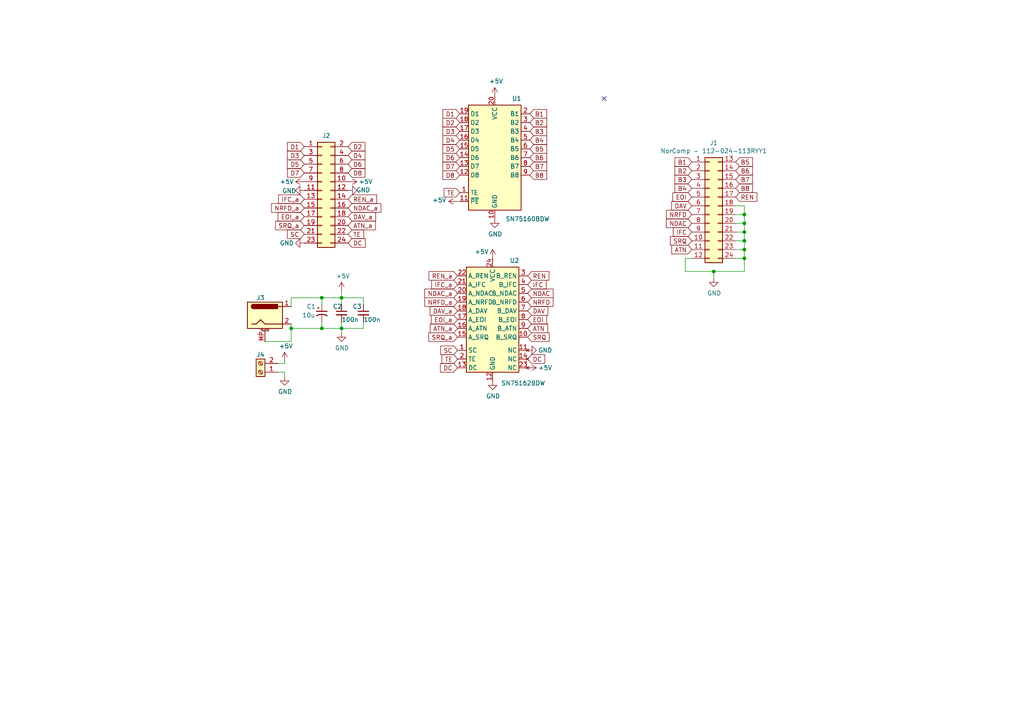
<source format=kicad_sch>
(kicad_sch (version 20211123) (generator eeschema)
  (paper "A4")
  (lib_symbols
    (symbol "Connector:Barrel_Jack_MountingPin" (pin_names hide)
      (property "Reference" "J" (at 0 5.334 0))
      (property "Value" "Barrel_Jack_MountingPin" (at 1.27 -6.35 0))
      (symbol "Barrel_Jack_MountingPin_0_1"
        (rectangle (start -5.08 3.81) (end 5.08 -3.81) (stroke (width 0.254)) (fill (type background)))
        (arc (start -3.302 3.175) (mid -3.937 2.54) (end -3.302 1.905) (stroke (width 0.254)))
        (arc (start -3.302 3.175) (mid -3.937 2.54) (end -3.302 1.905) (stroke (width 0.254)) (fill (type outline)))
        (polyline (pts (xy 5.08 2.54) (xy 3.81 2.54)) (stroke (width 0.254)))
        (polyline (pts (xy -3.81 -2.54) (xy -2.54 -2.54) (xy -1.27 -1.27) (xy 0 -2.54) (xy 2.54 -2.54) (xy 5.08 -2.54)) (stroke (width 0.254)))
        (rectangle (start 3.683 3.175) (end -3.302 1.905) (stroke (width 0.254)) (fill (type outline)))
      )
      (symbol "Barrel_Jack_MountingPin_1_1"
        (polyline (pts (xy -1.016 -4.572) (xy 1.016 -4.572)) (stroke (width 0.1524)))
        (text "Mounting" (at 0 -4.191 0) (effects (font (size 0.381 0.381))))
        (pin passive line (at 7.62 2.54 180) (length 2.54) (name "~") (number "1"))
        (pin passive line (at 7.62 -2.54 180) (length 2.54) (name "~") (number "2"))
        (pin passive line (at 0 -7.62 90) (length 3.048) (name "MountPin") (number "MP"))
      )
    )
    (symbol "Connector:Screw_Terminal_01x02" (pin_names (offset 1.016) hide)
      (property "Reference" "J" (at 0 2.54 0))
      (property "Value" "Screw_Terminal_01x02" (at 0 -5.08 0))
      (symbol "Screw_Terminal_01x02_1_1"
        (rectangle (start -1.27 1.27) (end 1.27 -3.81) (stroke (width 0.254)) (fill (type background)))
        (circle (center 0 -2.54) (radius 0.635) (stroke (width 0.1524)))
        (polyline (pts (xy -0.5334 -2.2098) (xy 0.3302 -3.048)) (stroke (width 0.1524)))
        (polyline (pts (xy -0.5334 0.3302) (xy 0.3302 -0.508)) (stroke (width 0.1524)))
        (polyline (pts (xy -0.3556 -2.032) (xy 0.508 -2.8702)) (stroke (width 0.1524)))
        (polyline (pts (xy -0.3556 0.508) (xy 0.508 -0.3302)) (stroke (width 0.1524)))
        (circle (center 0 0) (radius 0.635) (stroke (width 0.1524)))
        (pin passive line (at -5.08 0 0) (length 3.81) (name "Pin_1") (number "1"))
        (pin passive line (at -5.08 -2.54 0) (length 3.81) (name "Pin_2") (number "2"))
      )
    )
    (symbol "Connector_Generic:Conn_02x12_Odd_Even" (pin_names (offset 1.016) hide)
      (property "Reference" "J" (at 1.27 15.24 0))
      (property "Value" "Conn_02x12_Odd_Even" (at 1.27 -17.78 0))
      (symbol "Conn_02x12_Odd_Even_1_1"
        (rectangle (start -1.27 -15.113) (end 0 -15.367) (stroke (width 0.1524)))
        (rectangle (start -1.27 -12.573) (end 0 -12.827) (stroke (width 0.1524)))
        (rectangle (start -1.27 -10.033) (end 0 -10.287) (stroke (width 0.1524)))
        (rectangle (start -1.27 -7.493) (end 0 -7.747) (stroke (width 0.1524)))
        (rectangle (start -1.27 -4.953) (end 0 -5.207) (stroke (width 0.1524)))
        (rectangle (start -1.27 -2.413) (end 0 -2.667) (stroke (width 0.1524)))
        (rectangle (start -1.27 0.127) (end 0 -0.127) (stroke (width 0.1524)))
        (rectangle (start -1.27 2.667) (end 0 2.413) (stroke (width 0.1524)))
        (rectangle (start -1.27 5.207) (end 0 4.953) (stroke (width 0.1524)))
        (rectangle (start -1.27 7.747) (end 0 7.493) (stroke (width 0.1524)))
        (rectangle (start -1.27 10.287) (end 0 10.033) (stroke (width 0.1524)))
        (rectangle (start -1.27 12.827) (end 0 12.573) (stroke (width 0.1524)))
        (rectangle (start -1.27 13.97) (end 3.81 -16.51) (stroke (width 0.254)) (fill (type background)))
        (rectangle (start 3.81 -15.113) (end 2.54 -15.367) (stroke (width 0.1524)))
        (rectangle (start 3.81 -12.573) (end 2.54 -12.827) (stroke (width 0.1524)))
        (rectangle (start 3.81 -10.033) (end 2.54 -10.287) (stroke (width 0.1524)))
        (rectangle (start 3.81 -7.493) (end 2.54 -7.747) (stroke (width 0.1524)))
        (rectangle (start 3.81 -4.953) (end 2.54 -5.207) (stroke (width 0.1524)))
        (rectangle (start 3.81 -2.413) (end 2.54 -2.667) (stroke (width 0.1524)))
        (rectangle (start 3.81 0.127) (end 2.54 -0.127) (stroke (width 0.1524)))
        (rectangle (start 3.81 2.667) (end 2.54 2.413) (stroke (width 0.1524)))
        (rectangle (start 3.81 5.207) (end 2.54 4.953) (stroke (width 0.1524)))
        (rectangle (start 3.81 7.747) (end 2.54 7.493) (stroke (width 0.1524)))
        (rectangle (start 3.81 10.287) (end 2.54 10.033) (stroke (width 0.1524)))
        (rectangle (start 3.81 12.827) (end 2.54 12.573) (stroke (width 0.1524)))
        (pin passive line (at -5.08 12.7 0) (length 3.81) (name "Pin_1") (number "1"))
        (pin passive line (at 7.62 2.54 180) (length 3.81) (name "Pin_10") (number "10"))
        (pin passive line (at -5.08 0 0) (length 3.81) (name "Pin_11") (number "11"))
        (pin passive line (at 7.62 0 180) (length 3.81) (name "Pin_12") (number "12"))
        (pin passive line (at -5.08 -2.54 0) (length 3.81) (name "Pin_13") (number "13"))
        (pin passive line (at 7.62 -2.54 180) (length 3.81) (name "Pin_14") (number "14"))
        (pin passive line (at -5.08 -5.08 0) (length 3.81) (name "Pin_15") (number "15"))
        (pin passive line (at 7.62 -5.08 180) (length 3.81) (name "Pin_16") (number "16"))
        (pin passive line (at -5.08 -7.62 0) (length 3.81) (name "Pin_17") (number "17"))
        (pin passive line (at 7.62 -7.62 180) (length 3.81) (name "Pin_18") (number "18"))
        (pin passive line (at -5.08 -10.16 0) (length 3.81) (name "Pin_19") (number "19"))
        (pin passive line (at 7.62 12.7 180) (length 3.81) (name "Pin_2") (number "2"))
        (pin passive line (at 7.62 -10.16 180) (length 3.81) (name "Pin_20") (number "20"))
        (pin passive line (at -5.08 -12.7 0) (length 3.81) (name "Pin_21") (number "21"))
        (pin passive line (at 7.62 -12.7 180) (length 3.81) (name "Pin_22") (number "22"))
        (pin passive line (at -5.08 -15.24 0) (length 3.81) (name "Pin_23") (number "23"))
        (pin passive line (at 7.62 -15.24 180) (length 3.81) (name "Pin_24") (number "24"))
        (pin passive line (at -5.08 10.16 0) (length 3.81) (name "Pin_3") (number "3"))
        (pin passive line (at 7.62 10.16 180) (length 3.81) (name "Pin_4") (number "4"))
        (pin passive line (at -5.08 7.62 0) (length 3.81) (name "Pin_5") (number "5"))
        (pin passive line (at 7.62 7.62 180) (length 3.81) (name "Pin_6") (number "6"))
        (pin passive line (at -5.08 5.08 0) (length 3.81) (name "Pin_7") (number "7"))
        (pin passive line (at 7.62 5.08 180) (length 3.81) (name "Pin_8") (number "8"))
        (pin passive line (at -5.08 2.54 0) (length 3.81) (name "Pin_9") (number "9"))
      )
    )
    (symbol "Connector_Generic:Conn_02x12_Top_Bottom" (pin_names (offset 1.016) hide)
      (property "Reference" "J" (at 1.27 15.24 0))
      (property "Value" "Conn_02x12_Top_Bottom" (at 1.27 -17.78 0))
      (symbol "Conn_02x12_Top_Bottom_1_1"
        (rectangle (start -1.27 -15.113) (end 0 -15.367) (stroke (width 0.1524)))
        (rectangle (start -1.27 -12.573) (end 0 -12.827) (stroke (width 0.1524)))
        (rectangle (start -1.27 -10.033) (end 0 -10.287) (stroke (width 0.1524)))
        (rectangle (start -1.27 -7.493) (end 0 -7.747) (stroke (width 0.1524)))
        (rectangle (start -1.27 -4.953) (end 0 -5.207) (stroke (width 0.1524)))
        (rectangle (start -1.27 -2.413) (end 0 -2.667) (stroke (width 0.1524)))
        (rectangle (start -1.27 0.127) (end 0 -0.127) (stroke (width 0.1524)))
        (rectangle (start -1.27 2.667) (end 0 2.413) (stroke (width 0.1524)))
        (rectangle (start -1.27 5.207) (end 0 4.953) (stroke (width 0.1524)))
        (rectangle (start -1.27 7.747) (end 0 7.493) (stroke (width 0.1524)))
        (rectangle (start -1.27 10.287) (end 0 10.033) (stroke (width 0.1524)))
        (rectangle (start -1.27 12.827) (end 0 12.573) (stroke (width 0.1524)))
        (rectangle (start -1.27 13.97) (end 3.81 -16.51) (stroke (width 0.254)) (fill (type background)))
        (rectangle (start 3.81 -15.113) (end 2.54 -15.367) (stroke (width 0.1524)))
        (rectangle (start 3.81 -12.573) (end 2.54 -12.827) (stroke (width 0.1524)))
        (rectangle (start 3.81 -10.033) (end 2.54 -10.287) (stroke (width 0.1524)))
        (rectangle (start 3.81 -7.493) (end 2.54 -7.747) (stroke (width 0.1524)))
        (rectangle (start 3.81 -4.953) (end 2.54 -5.207) (stroke (width 0.1524)))
        (rectangle (start 3.81 -2.413) (end 2.54 -2.667) (stroke (width 0.1524)))
        (rectangle (start 3.81 0.127) (end 2.54 -0.127) (stroke (width 0.1524)))
        (rectangle (start 3.81 2.667) (end 2.54 2.413) (stroke (width 0.1524)))
        (rectangle (start 3.81 5.207) (end 2.54 4.953) (stroke (width 0.1524)))
        (rectangle (start 3.81 7.747) (end 2.54 7.493) (stroke (width 0.1524)))
        (rectangle (start 3.81 10.287) (end 2.54 10.033) (stroke (width 0.1524)))
        (rectangle (start 3.81 12.827) (end 2.54 12.573) (stroke (width 0.1524)))
        (pin passive line (at -5.08 12.7 0) (length 3.81) (name "Pin_1") (number "1"))
        (pin passive line (at -5.08 -10.16 0) (length 3.81) (name "Pin_10") (number "10"))
        (pin passive line (at -5.08 -12.7 0) (length 3.81) (name "Pin_11") (number "11"))
        (pin passive line (at -5.08 -15.24 0) (length 3.81) (name "Pin_12") (number "12"))
        (pin passive line (at 7.62 12.7 180) (length 3.81) (name "Pin_13") (number "13"))
        (pin passive line (at 7.62 10.16 180) (length 3.81) (name "Pin_14") (number "14"))
        (pin passive line (at 7.62 7.62 180) (length 3.81) (name "Pin_15") (number "15"))
        (pin passive line (at 7.62 5.08 180) (length 3.81) (name "Pin_16") (number "16"))
        (pin passive line (at 7.62 2.54 180) (length 3.81) (name "Pin_17") (number "17"))
        (pin passive line (at 7.62 0 180) (length 3.81) (name "Pin_18") (number "18"))
        (pin passive line (at 7.62 -2.54 180) (length 3.81) (name "Pin_19") (number "19"))
        (pin passive line (at -5.08 10.16 0) (length 3.81) (name "Pin_2") (number "2"))
        (pin passive line (at 7.62 -5.08 180) (length 3.81) (name "Pin_20") (number "20"))
        (pin passive line (at 7.62 -7.62 180) (length 3.81) (name "Pin_21") (number "21"))
        (pin passive line (at 7.62 -10.16 180) (length 3.81) (name "Pin_22") (number "22"))
        (pin passive line (at 7.62 -12.7 180) (length 3.81) (name "Pin_23") (number "23"))
        (pin passive line (at 7.62 -15.24 180) (length 3.81) (name "Pin_24") (number "24"))
        (pin passive line (at -5.08 7.62 0) (length 3.81) (name "Pin_3") (number "3"))
        (pin passive line (at -5.08 5.08 0) (length 3.81) (name "Pin_4") (number "4"))
        (pin passive line (at -5.08 2.54 0) (length 3.81) (name "Pin_5") (number "5"))
        (pin passive line (at -5.08 0 0) (length 3.81) (name "Pin_6") (number "6"))
        (pin passive line (at -5.08 -2.54 0) (length 3.81) (name "Pin_7") (number "7"))
        (pin passive line (at -5.08 -5.08 0) (length 3.81) (name "Pin_8") (number "8"))
        (pin passive line (at -5.08 -7.62 0) (length 3.81) (name "Pin_9") (number "9"))
      )
    )
    (symbol "Device:CP1_Small" (pin_numbers hide) (pin_names (offset 0.254) hide)
      (property "Reference" "C" (at 0.254 1.778 0))
      (property "Value" "Device_CP1_Small" (at 0.254 -2.032 0))
      (symbol "CP1_Small_0_1"
        (polyline (pts (xy -1.524 0.508) (xy 1.524 0.508)) (stroke (width 0.3048)))
        (polyline (pts (xy -1.27 1.524) (xy -0.762 1.524)))
        (polyline (pts (xy -1.016 1.27) (xy -1.016 1.778)))
        (arc (start 1.524 -0.762) (mid 0 -0.3734) (end -1.524 -0.762) (stroke (width 0.3048)))
      )
      (symbol "CP1_Small_1_1"
        (pin passive line (at 0 2.54 270) (length 2.032) (name "~") (number "1"))
        (pin passive line (at 0 -2.54 90) (length 2.032) (name "~") (number "2"))
      )
    )
    (symbol "Device:C_Small" (pin_numbers hide) (pin_names (offset 0.254) hide)
      (property "Reference" "C" (at 0.254 1.778 0))
      (property "Value" "C_Small" (at 0.254 -2.032 0))
      (symbol "C_Small_0_1"
        (polyline (pts (xy -1.524 -0.508) (xy 1.524 -0.508)) (stroke (width 0.3302)))
        (polyline (pts (xy -1.524 0.508) (xy 1.524 0.508)) (stroke (width 0.3048)))
      )
      (symbol "C_Small_1_1"
        (pin passive line (at 0 2.54 270) (length 2.032) (name "~") (number "1"))
        (pin passive line (at 0 -2.54 90) (length 2.032) (name "~") (number "2"))
      )
    )
    (symbol "Interface:SN75160BDW"
      (property "Reference" "U" (at -3.81 19.05 0))
      (property "Value" "SN75160BDW" (at -8.89 16.51 0))
      (symbol "SN75160BDW_0_1"
        (rectangle (start -7.62 15.24) (end 7.62 -15.24) (stroke (width 0.254)) (fill (type background)))
      )
      (symbol "SN75160BDW_1_1"
        (pin input line (at -10.16 -10.16 0) (length 2.54) (name "TE") (number "1"))
        (pin power_in line (at 0 -17.78 90) (length 2.54) (name "GND") (number "10"))
        (pin input line (at -10.16 -12.7 0) (length 2.54) (name "~{PE}") (number "11"))
        (pin bidirectional line (at -10.16 -5.08 0) (length 2.54) (name "D8") (number "12"))
        (pin bidirectional line (at -10.16 -2.54 0) (length 2.54) (name "D7") (number "13"))
        (pin bidirectional line (at -10.16 0 0) (length 2.54) (name "D6") (number "14"))
        (pin bidirectional line (at -10.16 2.54 0) (length 2.54) (name "D5") (number "15"))
        (pin bidirectional line (at -10.16 5.08 0) (length 2.54) (name "D4") (number "16"))
        (pin bidirectional line (at -10.16 7.62 0) (length 2.54) (name "D3") (number "17"))
        (pin bidirectional line (at -10.16 10.16 0) (length 2.54) (name "D2") (number "18"))
        (pin bidirectional line (at -10.16 12.7 0) (length 2.54) (name "D1") (number "19"))
        (pin bidirectional line (at 10.16 12.7 180) (length 2.54) (name "B1") (number "2"))
        (pin power_in line (at 0 17.78 270) (length 2.54) (name "VCC") (number "20"))
        (pin bidirectional line (at 10.16 10.16 180) (length 2.54) (name "B2") (number "3"))
        (pin bidirectional line (at 10.16 7.62 180) (length 2.54) (name "B3") (number "4"))
        (pin bidirectional line (at 10.16 5.08 180) (length 2.54) (name "B4") (number "5"))
        (pin bidirectional line (at 10.16 2.54 180) (length 2.54) (name "B5") (number "6"))
        (pin bidirectional line (at 10.16 0 180) (length 2.54) (name "B6") (number "7"))
        (pin bidirectional line (at 10.16 -2.54 180) (length 2.54) (name "B7") (number "8"))
        (pin bidirectional line (at 10.16 -5.08 180) (length 2.54) (name "B8") (number "9"))
      )
    )
    (symbol "misc:SN75162BDW"
      (property "Reference" "U" (at -3.81 19.05 0))
      (property "Value" "misc_SN75162BDW" (at -8.89 16.51 0))
      (symbol "SN75162BDW_0_0"
        (pin bidirectional line (at -10.16 7.62 0) (length 2.54) (name "A_NDAC") (number "20"))
        (pin bidirectional line (at -10.16 10.16 0) (length 2.54) (name "A_IFC") (number "21"))
        (pin bidirectional line (at -10.16 12.7 0) (length 2.54) (name "A_REN") (number "22"))
        (pin no_connect line (at 10.16 -13.97 180) (length 2.54) (name "NC") (number "23"))
      )
      (symbol "SN75162BDW_0_1"
        (rectangle (start -7.62 15.24) (end 7.62 -15.24) (stroke (width 0.254)) (fill (type background)))
      )
      (symbol "SN75162BDW_1_1"
        (pin input line (at -10.16 -8.89 0) (length 2.54) (name "SC") (number "1"))
        (pin bidirectional line (at 10.16 -5.08 180) (length 2.54) (name "B_SRQ") (number "10"))
        (pin no_connect line (at 10.16 -8.89 180) (length 2.54) (name "NC") (number "11"))
        (pin power_in line (at 0 -17.78 90) (length 2.54) (name "GND") (number "12"))
        (pin input line (at -10.16 -13.97 0) (length 2.54) (name "DC") (number "13"))
        (pin no_connect line (at 10.16 -11.43 180) (length 2.54) (name "NC") (number "14"))
        (pin bidirectional line (at -10.16 -5.08 0) (length 2.54) (name "A_SRQ") (number "15"))
        (pin bidirectional line (at -10.16 -2.54 0) (length 2.54) (name "A_ATN") (number "16"))
        (pin bidirectional line (at -10.16 0 0) (length 2.54) (name "A_EOI") (number "17"))
        (pin bidirectional line (at -10.16 2.54 0) (length 2.54) (name "A_DAV") (number "18"))
        (pin bidirectional line (at -10.16 5.08 0) (length 2.54) (name "A_NRFD") (number "19"))
        (pin input line (at -10.16 -11.43 0) (length 2.54) (name "TE") (number "2"))
        (pin power_in line (at 0 17.78 270) (length 2.54) (name "VCC") (number "24"))
        (pin bidirectional line (at 10.16 12.7 180) (length 2.54) (name "B_REN") (number "3"))
        (pin bidirectional line (at 10.16 10.16 180) (length 2.54) (name "B_IFC") (number "4"))
        (pin bidirectional line (at 10.16 7.62 180) (length 2.54) (name "B_NDAC") (number "5"))
        (pin bidirectional line (at 10.16 5.08 180) (length 2.54) (name "B_NRFD") (number "6"))
        (pin bidirectional line (at 10.16 2.54 180) (length 2.54) (name "B_DAV") (number "7"))
        (pin bidirectional line (at 10.16 0 180) (length 2.54) (name "B_EOI") (number "8"))
        (pin bidirectional line (at 10.16 -2.54 180) (length 2.54) (name "B_ATN") (number "9"))
      )
    )
    (symbol "power:+5V" (power) (pin_names (offset 0))
      (property "Value" "+5V" (at 0 3.556 0))
      (symbol "+5V_0_1"
        (polyline (pts (xy -0.762 1.27) (xy 0 2.54)))
        (polyline (pts (xy 0 0) (xy 0 2.54)))
        (polyline (pts (xy 0 2.54) (xy 0.762 1.27)))
      )
      (symbol "+5V_1_1"
        (pin power_in line (at 0 0 90) (length 0) hide (name "+5V") (number "1"))
      )
    )
    (symbol "power:GND" (power) (pin_names (offset 0))
      (property "Value" "GND" (at 0 -3.81 0))
      (symbol "GND_0_1"
        (polyline (pts (xy 0 0) (xy 0 -1.27) (xy 1.27 -1.27) (xy 0 -2.54) (xy -1.27 -1.27) (xy 0 -1.27)))
      )
      (symbol "GND_1_1"
        (pin power_in line (at 0 0 270) (length 0) hide (name "GND") (number "1"))
      )
    )
  )
  (junction (at 215.9 72.39))
  (junction (at 99.06 95.25))
  (junction (at 93.345 95.25))
  (junction (at 215.9 64.77))
  (junction (at 207.01 78.74))
  (junction (at 215.9 74.93))
  (junction (at 215.9 62.23))
  (junction (at 99.06 86.36))
  (junction (at 215.9 67.31))
  (junction (at 93.345 86.36))
  (junction (at 84.455 95.25))
  (junction (at 215.9 69.85))
  (no_connect (at 175.26 28.575))
  (wire (pts (xy 200.66 74.93) (xy 198.755 74.93)))
  (wire (pts (xy 213.36 67.31) (xy 215.9 67.31)))
  (wire (pts (xy 213.36 62.23) (xy 215.9 62.23)))
  (wire (pts (xy 215.9 78.74) (xy 215.9 74.93)))
  (wire (pts (xy 213.36 72.39) (xy 215.9 72.39)))
  (wire (pts (xy 84.455 88.9) (xy 84.455 86.36)))
  (wire (pts (xy 84.455 93.98) (xy 84.455 95.25)))
  (wire (pts (xy 99.06 86.36) (xy 105.41 86.36)))
  (wire (pts (xy 213.36 74.93) (xy 215.9 74.93)))
  (wire (pts (xy 84.455 95.25) (xy 93.345 95.25)))
  (wire (pts (xy 84.455 86.36) (xy 93.345 86.36)))
  (wire (pts (xy 215.9 74.93) (xy 215.9 72.39)))
  (wire (pts (xy 80.645 105.41) (xy 82.55 105.41)))
  (wire (pts (xy 213.36 69.85) (xy 215.9 69.85)))
  (wire (pts (xy 99.06 88.265) (xy 99.06 86.36)))
  (wire (pts (xy 84.455 99.06) (xy 84.455 95.25)))
  (wire (pts (xy 207.01 78.74) (xy 215.9 78.74)))
  (wire (pts (xy 93.345 95.25) (xy 99.06 95.25)))
  (wire (pts (xy 93.345 93.345) (xy 93.345 95.25)))
  (wire (pts (xy 198.755 74.93) (xy 198.755 78.74)))
  (wire (pts (xy 215.9 62.23) (xy 215.9 59.69)))
  (wire (pts (xy 213.36 64.77) (xy 215.9 64.77)))
  (wire (pts (xy 207.01 78.74) (xy 207.01 80.645)))
  (wire (pts (xy 215.9 59.69) (xy 213.36 59.69)))
  (wire (pts (xy 215.9 64.77) (xy 215.9 62.23)))
  (wire (pts (xy 76.835 99.06) (xy 84.455 99.06)))
  (wire (pts (xy 99.06 95.25) (xy 99.06 96.52)))
  (wire (pts (xy 198.755 78.74) (xy 207.01 78.74)))
  (wire (pts (xy 215.9 72.39) (xy 215.9 69.85)))
  (wire (pts (xy 132.715 58.42) (xy 133.35 58.42)))
  (wire (pts (xy 105.41 86.36) (xy 105.41 88.265)))
  (wire (pts (xy 215.9 69.85) (xy 215.9 67.31)))
  (wire (pts (xy 80.645 107.95) (xy 82.55 107.95)))
  (wire (pts (xy 82.55 105.41) (xy 82.55 104.775)))
  (wire (pts (xy 99.06 93.345) (xy 99.06 95.25)))
  (wire (pts (xy 82.55 107.95) (xy 82.55 109.22)))
  (wire (pts (xy 215.9 67.31) (xy 215.9 64.77)))
  (wire (pts (xy 99.06 95.25) (xy 105.41 95.25)))
  (wire (pts (xy 99.06 86.36) (xy 99.06 84.455)))
  (wire (pts (xy 93.345 86.36) (xy 99.06 86.36)))
  (wire (pts (xy 93.345 88.265) (xy 93.345 86.36)))
  (wire (pts (xy 105.41 95.25) (xy 105.41 93.345)))
  (global_label "B5" (shape input) (at 153.67 43.18 0) (property "Intersheet References" "${INTERSHEET_REFS}" (effects hide)))
  (global_label "D4" (shape input) (at 133.35 40.64 180) (property "Intersheet References" "${INTERSHEET_REFS}" (effects hide)))
  (global_label "EOI_a" (shape input) (at 132.715 92.71 180) (property "Intersheet References" "${INTERSHEET_REFS}" (effects hide)))
  (global_label "B8" (shape input) (at 153.67 50.8 0) (property "Intersheet References" "${INTERSHEET_REFS}" (effects hide)))
  (global_label "ATN_a" (shape input) (at 100.965 65.405 0) (property "Intersheet References" "${INTERSHEET_REFS}" (effects hide)))
  (global_label "D3" (shape input) (at 133.35 38.1 180) (property "Intersheet References" "${INTERSHEET_REFS}" (effects hide)))
  (global_label "NRFD" (shape input) (at 200.66 62.23 180) (property "Intersheet References" "${INTERSHEET_REFS}" (effects hide)))
  (global_label "DC" (shape input) (at 100.965 70.485 0) (property "Intersheet References" "${INTERSHEET_REFS}" (effects hide)))
  (global_label "REN" (shape input) (at 153.035 80.01 0) (property "Intersheet References" "${INTERSHEET_REFS}" (effects hide)))
  (global_label "B7" (shape input) (at 213.36 52.07 0) (property "Intersheet References" "${INTERSHEET_REFS}" (effects hide)))
  (global_label "D4" (shape input) (at 100.965 45.085 0) (property "Intersheet References" "${INTERSHEET_REFS}" (effects hide)))
  (global_label "B3" (shape input) (at 200.66 52.07 180) (property "Intersheet References" "${INTERSHEET_REFS}" (effects hide)))
  (global_label "D7" (shape input) (at 88.265 50.165 180) (property "Intersheet References" "${INTERSHEET_REFS}" (effects hide)))
  (global_label "B1" (shape input) (at 153.67 33.02 0) (property "Intersheet References" "${INTERSHEET_REFS}" (effects hide)))
  (global_label "D2" (shape input) (at 100.965 42.545 0) (property "Intersheet References" "${INTERSHEET_REFS}" (effects hide)))
  (global_label "B6" (shape input) (at 153.67 45.72 0) (property "Intersheet References" "${INTERSHEET_REFS}" (effects hide)))
  (global_label "DAV" (shape input) (at 200.66 59.69 180) (property "Intersheet References" "${INTERSHEET_REFS}" (effects hide)))
  (global_label "B6" (shape input) (at 213.36 49.53 0) (property "Intersheet References" "${INTERSHEET_REFS}" (effects hide)))
  (global_label "REN" (shape input) (at 213.36 57.15 0) (property "Intersheet References" "${INTERSHEET_REFS}" (effects hide)))
  (global_label "IFC_a" (shape input) (at 132.715 82.55 180) (property "Intersheet References" "${INTERSHEET_REFS}" (effects hide)))
  (global_label "EOI" (shape input) (at 153.035 92.71 0) (property "Intersheet References" "${INTERSHEET_REFS}" (effects hide)))
  (global_label "ATN_a" (shape input) (at 132.715 95.25 180) (property "Intersheet References" "${INTERSHEET_REFS}" (effects hide)))
  (global_label "IFC_a" (shape input) (at 88.265 57.785 180) (property "Intersheet References" "${INTERSHEET_REFS}" (effects hide)))
  (global_label "NDAC" (shape input) (at 153.035 85.09 0) (property "Intersheet References" "${INTERSHEET_REFS}" (effects hide)))
  (global_label "ATN" (shape input) (at 153.035 95.25 0) (property "Intersheet References" "${INTERSHEET_REFS}" (effects hide)))
  (global_label "EOI_a" (shape input) (at 88.265 62.865 180) (property "Intersheet References" "${INTERSHEET_REFS}" (effects hide)))
  (global_label "SRQ_a" (shape input) (at 132.715 97.79 180) (property "Intersheet References" "${INTERSHEET_REFS}" (effects hide)))
  (global_label "NDAC_a" (shape input) (at 132.715 85.09 180) (property "Intersheet References" "${INTERSHEET_REFS}" (effects hide)))
  (global_label "B4" (shape input) (at 200.66 54.61 180) (property "Intersheet References" "${INTERSHEET_REFS}" (effects hide)))
  (global_label "NDAC" (shape input) (at 200.66 64.77 180) (property "Intersheet References" "${INTERSHEET_REFS}" (effects hide)))
  (global_label "D5" (shape input) (at 133.35 43.18 180) (property "Intersheet References" "${INTERSHEET_REFS}" (effects hide)))
  (global_label "B4" (shape input) (at 153.67 40.64 0) (property "Intersheet References" "${INTERSHEET_REFS}" (effects hide)))
  (global_label "NDAC_a" (shape input) (at 100.965 60.325 0) (property "Intersheet References" "${INTERSHEET_REFS}" (effects hide)))
  (global_label "REN_a" (shape input) (at 100.965 57.785 0) (property "Intersheet References" "${INTERSHEET_REFS}" (effects hide)))
  (global_label "NRFD" (shape input) (at 153.035 87.63 0) (property "Intersheet References" "${INTERSHEET_REFS}" (effects hide)))
  (global_label "D1" (shape input) (at 88.265 42.545 180) (property "Intersheet References" "${INTERSHEET_REFS}" (effects hide)))
  (global_label "IFC" (shape input) (at 200.66 67.31 180) (property "Intersheet References" "${INTERSHEET_REFS}" (effects hide)))
  (global_label "SRQ" (shape input) (at 153.035 97.79 0) (property "Intersheet References" "${INTERSHEET_REFS}" (effects hide)))
  (global_label "SC" (shape input) (at 88.265 67.945 180) (property "Intersheet References" "${INTERSHEET_REFS}" (effects hide)))
  (global_label "SRQ" (shape input) (at 200.66 69.85 180) (property "Intersheet References" "${INTERSHEET_REFS}" (effects hide)))
  (global_label "IFC" (shape input) (at 153.035 82.55 0) (property "Intersheet References" "${INTERSHEET_REFS}" (effects hide)))
  (global_label "D3" (shape input) (at 88.265 45.085 180) (property "Intersheet References" "${INTERSHEET_REFS}" (effects hide)))
  (global_label "B3" (shape input) (at 153.67 38.1 0) (property "Intersheet References" "${INTERSHEET_REFS}" (effects hide)))
  (global_label "B2" (shape input) (at 200.66 49.53 180) (property "Intersheet References" "${INTERSHEET_REFS}" (effects hide)))
  (global_label "SRQ_a" (shape input) (at 88.265 65.405 180) (property "Intersheet References" "${INTERSHEET_REFS}" (effects hide)))
  (global_label "TE" (shape input) (at 133.35 55.88 180) (property "Intersheet References" "${INTERSHEET_REFS}" (effects hide)))
  (global_label "D5" (shape input) (at 88.265 47.625 180) (property "Intersheet References" "${INTERSHEET_REFS}" (effects hide)))
  (global_label "D2" (shape input) (at 133.35 35.56 180) (property "Intersheet References" "${INTERSHEET_REFS}" (effects hide)))
  (global_label "D6" (shape input) (at 133.35 45.72 180) (property "Intersheet References" "${INTERSHEET_REFS}" (effects hide)))
  (global_label "D7" (shape input) (at 133.35 48.26 180) (property "Intersheet References" "${INTERSHEET_REFS}" (effects hide)))
  (global_label "NRFD_a" (shape input) (at 88.265 60.325 180) (property "Intersheet References" "${INTERSHEET_REFS}" (effects hide)))
  (global_label "B2" (shape input) (at 153.67 35.56 0) (property "Intersheet References" "${INTERSHEET_REFS}" (effects hide)))
  (global_label "ATN" (shape input) (at 200.66 72.39 180) (property "Intersheet References" "${INTERSHEET_REFS}" (effects hide)))
  (global_label "DAV" (shape input) (at 153.035 90.17 0) (property "Intersheet References" "${INTERSHEET_REFS}" (effects hide)))
  (global_label "SC" (shape input) (at 132.715 101.6 180) (property "Intersheet References" "${INTERSHEET_REFS}" (effects hide)))
  (global_label "TE" (shape input) (at 132.715 104.14 180) (property "Intersheet References" "${INTERSHEET_REFS}" (effects hide)))
  (global_label "DC" (shape input) (at 132.715 106.68 180) (property "Intersheet References" "${INTERSHEET_REFS}" (effects hide)))
  (global_label "B7" (shape input) (at 153.67 48.26 0) (property "Intersheet References" "${INTERSHEET_REFS}" (effects hide)))
  (global_label "REN_a" (shape input) (at 132.715 80.01 180) (property "Intersheet References" "${INTERSHEET_REFS}" (effects hide)))
  (global_label "NRFD_a" (shape input) (at 132.715 87.63 180) (property "Intersheet References" "${INTERSHEET_REFS}" (effects hide)))
  (global_label "B1" (shape input) (at 200.66 46.99 180) (property "Intersheet References" "${INTERSHEET_REFS}" (effects hide)))
  (global_label "DAV_a" (shape input) (at 132.715 90.17 180) (property "Intersheet References" "${INTERSHEET_REFS}" (effects hide)))
  (global_label "D8" (shape input) (at 100.965 50.165 0) (property "Intersheet References" "${INTERSHEET_REFS}" (effects hide)))
  (global_label "D6" (shape input) (at 100.965 47.625 0) (property "Intersheet References" "${INTERSHEET_REFS}" (effects hide)))
  (global_label "DC" (shape input) (at 153.035 104.14 0) (property "Intersheet References" "${INTERSHEET_REFS}" (effects hide)))
  (global_label "TE" (shape input) (at 100.965 67.945 0) (property "Intersheet References" "${INTERSHEET_REFS}" (effects hide)))
  (global_label "B5" (shape input) (at 213.36 46.99 0) (property "Intersheet References" "${INTERSHEET_REFS}" (effects hide)))
  (global_label "B8" (shape input) (at 213.36 54.61 0) (property "Intersheet References" "${INTERSHEET_REFS}" (effects hide)))
  (global_label "D8" (shape input) (at 133.35 50.8 180) (property "Intersheet References" "${INTERSHEET_REFS}" (effects hide)))
  (global_label "D1" (shape input) (at 133.35 33.02 180) (property "Intersheet References" "${INTERSHEET_REFS}" (effects hide)))
  (global_label "DAV_a" (shape input) (at 100.965 62.865 0) (property "Intersheet References" "${INTERSHEET_REFS}" (effects hide)))
  (global_label "EOI" (shape input) (at 200.66 57.15 180) (property "Intersheet References" "${INTERSHEET_REFS}" (effects hide)))
  (symbol (lib_id "Interface:SN75160BDW") (at 143.51 45.72 0) (unit 1)
    (property "Reference" "U1" (at 149.86 28.575 0))
    (property "Value" "SN75160BDW" (at 153.035 63.5 0))
    (property "Footprint" "Package_SO:SOIC-20W_7.5x12.8mm_P1.27mm" (effects hide))
    (property "Datasheet" "http://www.ti.com/lit/ds/symlink/sn75160b.pdf" (effects hide))
  )
  (symbol (lib_id "misc:SN75162BDW") (at 142.875 92.71 0) (unit 1)
    (property "Reference" "U2" (at 149.225 75.565 0))
    (property "Value" "SN75162BDW" (at 151.765 111.125 0))
    (property "Footprint" "Package_SO:SOIC-24W_7.5x15.4mm_P1.27mm" (effects hide))
    (property "Datasheet" "http://www.ti.com/lit/ds/symlink/sn75162b.pdf" (effects hide))
  )
  (symbol (lib_id "Connector_Generic:Conn_02x12_Top_Bottom") (at 205.74 59.69 0) (unit 1)
    (property "Reference" "J1" (at 207.01 41.4782 0))
    (property "Value" "NorComp - 112-024-113RYY1" (at 207.01 43.7896 0))
    (property "Footprint" "misc:CENTRONICS-24" (effects hide))
  )
  (symbol (lib_id "power:GND") (at 143.51 63.5 0) (unit 1)
    (property "Reference" "#PWR07" (effects hide))
    (property "Value" "GND" (at 143.637 67.8942 0))
  )
  (symbol (lib_id "power:GND") (at 142.875 110.49 0) (unit 1)
    (property "Reference" "#PWR05" (effects hide))
    (property "Value" "GND" (at 143.002 114.8842 0))
  )
  (symbol (lib_id "power:GND") (at 207.01 80.645 0) (unit 1)
    (property "Reference" "#PWR08" (effects hide))
    (property "Value" "GND" (at 207.137 85.0392 0))
  )
  (symbol (lib_id "power:+5V") (at 143.51 27.94 0) (unit 1)
    (property "Reference" "#PWR06" (effects hide))
    (property "Value" "+5V" (at 143.891 23.5458 0))
  )
  (symbol (lib_id "power:+5V") (at 142.875 74.93 0) (unit 1)
    (property "Reference" "#PWR04" (effects hide))
    (property "Value" "+5V" (at 139.7 73.025 0))
  )
  (symbol (lib_id "power:+5V") (at 132.715 58.42 90) (unit 1)
    (property "Reference" "#PWR0101" (effects hide))
    (property "Value" "+5V" (at 129.4638 58.039 90) (effects (justify left)))
  )
  (symbol (lib_id "Connector_Generic:Conn_02x12_Odd_Even") (at 93.345 55.245 0) (unit 1)
    (property "Reference" "J2" (at 94.615 39.37 0))
    (property "Value" "Conn_02x12_Odd_Even" (effects hide))
    (property "Footprint" "Connector_PinSocket_2.54mm:PinSocket_2x12_P2.54mm_Vertical" (effects hide))
  )
  (symbol (lib_id "power:GND") (at 100.965 55.245 90) (unit 1)
    (property "Reference" "#PWR010" (effects hide))
    (property "Value" "GND" (at 105.3592 55.118 90))
  )
  (symbol (lib_id "power:GND") (at 88.265 55.245 270) (unit 1)
    (property "Reference" "#PWR03" (effects hide))
    (property "Value" "GND" (at 83.8708 55.372 90))
  )
  (symbol (lib_id "power:GND") (at 153.035 101.6 90) (unit 1)
    (property "Reference" "#PWR0106" (effects hide))
    (property "Value" "GND" (at 158.115 101.6 90))
  )
  (symbol (lib_id "power:+5V") (at 100.965 52.705 270) (unit 1)
    (property "Reference" "#PWR09" (effects hide))
    (property "Value" "+5V" (at 106.045 52.705 90))
  )
  (symbol (lib_id "power:+5V") (at 153.035 106.68 270) (unit 1)
    (property "Reference" "#PWR0107" (effects hide))
    (property "Value" "+5V" (at 158.115 106.68 90))
  )
  (symbol (lib_id "power:+5V") (at 88.265 52.705 90) (unit 1)
    (property "Reference" "#PWR02" (effects hide))
    (property "Value" "+5V" (at 83.185 52.705 90))
  )
  (symbol (lib_id "power:GND") (at 88.265 70.485 270) (unit 1)
    (property "Reference" "#PWR01" (effects hide))
    (property "Value" "GND" (at 83.185 70.485 90))
  )
  (symbol (lib_id "Device:CP1_Small") (at 93.345 90.805 0) (unit 1)
    (property "Reference" "C1" (at 88.9 88.9 0) (effects (justify left)))
    (property "Value" "10u" (at 87.63 91.44 0) (effects (justify left)))
    (property "Footprint" "Capacitor_Tantalum_SMD:CP_EIA-7132-20_AVX-U" (effects hide))
  )
  (symbol (lib_id "Device:C_Small") (at 99.06 90.805 0) (unit 1)
    (property "Reference" "C2" (at 96.52 88.9 0) (effects (justify left)))
    (property "Value" "100n" (at 99.06 92.71 0) (effects (justify left)))
    (property "Footprint" "Capacitor_SMD:C_1206_3216Metric" (effects hide))
  )
  (symbol (lib_id "Device:C_Small") (at 105.41 90.805 0) (unit 1)
    (property "Reference" "C3" (at 102.235 88.9 0) (effects (justify left)))
    (property "Value" "100n" (at 105.41 92.71 0) (effects (justify left)))
    (property "Footprint" "Capacitor_SMD:C_1206_3216Metric" (effects hide))
  )
  (symbol (lib_id "power:GND") (at 99.06 96.52 0) (unit 1)
    (property "Reference" "#PWR0102" (effects hide))
    (property "Value" "GND" (at 99.187 100.9142 0))
  )
  (symbol (lib_id "power:+5V") (at 99.06 84.455 0) (unit 1)
    (property "Reference" "#PWR0103" (effects hide))
    (property "Value" "+5V" (at 99.441 80.0608 0))
  )
  (symbol (lib_id "Connector:Barrel_Jack_MountingPin") (at 76.835 91.44 0) (unit 1)
    (property "Reference" "J3" (at 75.565 86.36 0))
    (property "Value" "Barrel_Jack" (effects hide))
    (property "Footprint" "Connector_BarrelJack:BarrelJack_CUI_PJ-063AH_Horizontal" (effects hide))
  )
  (symbol (lib_id "Connector:Screw_Terminal_01x02") (at 75.565 107.95 180) (unit 1)
    (property "Reference" "J4" (at 75.565 102.87 0))
    (property "Value" "Screw_Terminal_01x02" (effects hide))
    (property "Footprint" "TerminalBlock:TerminalBlock_Altech_AK300-2_P5.00mm" (effects hide))
  )
  (symbol (lib_id "power:GND") (at 82.55 109.22 0) (unit 1)
    (property "Reference" "#PWR0104" (effects hide))
    (property "Value" "GND" (at 82.677 113.6142 0))
  )
  (symbol (lib_id "power:+5V") (at 82.55 104.775 0) (unit 1)
    (property "Reference" "#PWR0105" (effects hide))
    (property "Value" "+5V" (at 82.931 100.3808 0))
  )
)
</source>
